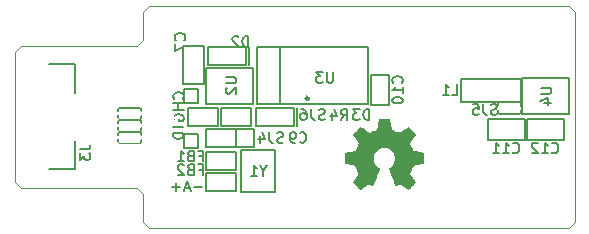
<source format=gbo>
G04 (created by PCBNEW (2013-07-14 BZR 4242)-stable) date Thu 29 Aug 2013 05:54:54 PM CEST*
%MOIN*%
G04 Gerber Fmt 3.4, Leading zero omitted, Abs format*
%FSLAX34Y34*%
G01*
G70*
G90*
G04 APERTURE LIST*
%ADD10C,0.005906*%
%ADD11C,0.003900*%
%ADD12C,0.003921*%
%ADD13C,0.005900*%
%ADD14C,0.011800*%
%ADD15C,0.000100*%
%ADD16C,0.081874*%
%ADD17R,0.047274X0.052874*%
%ADD18R,0.042874X0.070874*%
%ADD19R,0.047274X0.033474*%
%ADD20R,0.037874X0.037874*%
%ADD21R,0.106274X0.047174*%
%ADD22C,0.134200*%
%ADD23R,0.086574X0.023574*%
%ADD24R,0.082674X0.090574*%
%ADD25R,0.070874X0.090574*%
%ADD26R,0.082674X0.082674*%
%ADD27R,0.032874X0.032874*%
%ADD28R,0.023574X0.032874*%
%ADD29R,0.070874X0.031874*%
%ADD30R,0.066174X0.030874*%
%ADD31R,0.032874X0.052874*%
%ADD32R,0.062874X0.042874*%
%ADD33R,0.052874X0.032874*%
%ADD34R,0.042874X0.062874*%
%ADD35R,0.043274X0.052874*%
G04 APERTURE END LIST*
G54D10*
G54D11*
X15300Y-17430D02*
X15300Y-16500D01*
X15300Y-22574D02*
X15300Y-23500D01*
X29500Y-23700D02*
X15500Y-23700D01*
X29700Y-16500D02*
X29700Y-23500D01*
X15500Y-16300D02*
X29500Y-16300D01*
X11223Y-17630D02*
X15100Y-17630D01*
X11223Y-22374D02*
X15100Y-22374D01*
X11023Y-17830D02*
X11023Y-22174D01*
G54D12*
X11223Y-22374D02*
X11023Y-22174D01*
X15300Y-22574D02*
X15100Y-22374D01*
X15500Y-23700D02*
X15300Y-23500D01*
X29700Y-23500D02*
X29500Y-23700D01*
X29500Y-16300D02*
X29700Y-16500D01*
X15300Y-16500D02*
X15500Y-16300D01*
X15100Y-17630D02*
X15300Y-17430D01*
G54D11*
X11223Y-17630D02*
X11023Y-17830D01*
G54D13*
X17277Y-22348D02*
X17007Y-22348D01*
X16855Y-22381D02*
X16687Y-22381D01*
X16889Y-22482D02*
X16771Y-22128D01*
X16653Y-22482D01*
X16535Y-22348D02*
X16265Y-22348D01*
X16400Y-22482D02*
X16400Y-22213D01*
X18820Y-17665D02*
X18820Y-18265D01*
X18720Y-17665D02*
X17470Y-17665D01*
X17470Y-17665D02*
X17470Y-18265D01*
X17470Y-18265D02*
X18720Y-18265D01*
X18720Y-18265D02*
X18720Y-17665D01*
X27918Y-18723D02*
X25918Y-18723D01*
X25918Y-18723D02*
X25918Y-19511D01*
X25918Y-19511D02*
X27918Y-19511D01*
X27918Y-19511D02*
X27918Y-18723D01*
X17406Y-18365D02*
X18984Y-18365D01*
X17405Y-18365D02*
X17405Y-19565D01*
X17406Y-19565D02*
X18984Y-19565D01*
X18984Y-19565D02*
X18984Y-18365D01*
X16674Y-19526D02*
X17126Y-19526D01*
X17126Y-19526D02*
X17126Y-19074D01*
X17126Y-19074D02*
X16674Y-19074D01*
X16674Y-19074D02*
X16674Y-19526D01*
X19714Y-22520D02*
X19714Y-21102D01*
X19714Y-21102D02*
X18572Y-21102D01*
X18572Y-21102D02*
X18572Y-22520D01*
X18572Y-22520D02*
X19714Y-22520D01*
X13031Y-20807D02*
X13031Y-21752D01*
X13031Y-21752D02*
X12185Y-21752D01*
X13031Y-19193D02*
X13031Y-18248D01*
X13031Y-18248D02*
X12185Y-18248D01*
X15174Y-19697D02*
X14546Y-19697D01*
X14546Y-20083D02*
X15174Y-20083D01*
X15253Y-19966D02*
G75*
G02X15174Y-20083I-98J-19D01*
G74*
G01*
X14545Y-20083D02*
G75*
G02X14467Y-19965I20J98D01*
G74*
G01*
X14467Y-19814D02*
G75*
G02X14546Y-19697I98J19D01*
G74*
G01*
X15175Y-19697D02*
G75*
G02X15253Y-19815I-20J-98D01*
G74*
G01*
X15174Y-20497D02*
X14546Y-20497D01*
X14546Y-20883D02*
X15174Y-20883D01*
X15253Y-20766D02*
G75*
G02X15174Y-20883I-98J-19D01*
G74*
G01*
X14545Y-20883D02*
G75*
G02X14467Y-20765I20J98D01*
G74*
G01*
X14467Y-20614D02*
G75*
G02X14546Y-20497I98J19D01*
G74*
G01*
X15175Y-20497D02*
G75*
G02X15253Y-20615I-20J-98D01*
G74*
G01*
X19881Y-19587D02*
X19094Y-19587D01*
X19094Y-19587D02*
X19094Y-17657D01*
X19094Y-17657D02*
X19881Y-17657D01*
X22795Y-19587D02*
X22795Y-17657D01*
X22795Y-17657D02*
X19881Y-17657D01*
X19881Y-17657D02*
X19881Y-19587D01*
X19881Y-19587D02*
X22795Y-19587D01*
G54D14*
X20820Y-19381D02*
G75*
G03X20820Y-19381I-39J0D01*
G74*
G01*
G54D13*
X18900Y-19700D02*
X17900Y-19700D01*
X17900Y-19700D02*
X17900Y-20300D01*
X17900Y-20300D02*
X18900Y-20300D01*
X18900Y-20300D02*
X18900Y-19700D01*
X16645Y-17640D02*
X16645Y-18890D01*
X16645Y-18890D02*
X17345Y-18890D01*
X17345Y-18890D02*
X17345Y-17640D01*
X17345Y-17640D02*
X16645Y-17640D01*
X23488Y-19594D02*
X23488Y-18594D01*
X23488Y-18594D02*
X22888Y-18594D01*
X22888Y-18594D02*
X22888Y-19594D01*
X22888Y-19594D02*
X23488Y-19594D01*
X20425Y-19700D02*
X20425Y-20300D01*
X20325Y-19700D02*
X19075Y-19700D01*
X19075Y-19700D02*
X19075Y-20300D01*
X19075Y-20300D02*
X20325Y-20300D01*
X20325Y-20300D02*
X20325Y-19700D01*
X15174Y-20097D02*
X14546Y-20097D01*
X14546Y-20483D02*
X15174Y-20483D01*
X15253Y-20366D02*
G75*
G02X15174Y-20483I-98J-19D01*
G74*
G01*
X14545Y-20483D02*
G75*
G02X14467Y-20365I20J98D01*
G74*
G01*
X14467Y-20214D02*
G75*
G02X14546Y-20097I98J19D01*
G74*
G01*
X15175Y-20097D02*
G75*
G02X15253Y-20215I-20J-98D01*
G74*
G01*
X29343Y-20067D02*
X28093Y-20067D01*
X28093Y-20067D02*
X28093Y-20767D01*
X28093Y-20767D02*
X29343Y-20767D01*
X29343Y-20767D02*
X29343Y-20067D01*
X26793Y-20767D02*
X28043Y-20767D01*
X28043Y-20767D02*
X28043Y-20067D01*
X28043Y-20067D02*
X26793Y-20067D01*
X26793Y-20067D02*
X26793Y-20767D01*
X27204Y-19910D02*
X27832Y-19910D01*
X27832Y-19524D02*
X27204Y-19524D01*
X27125Y-19641D02*
G75*
G02X27204Y-19524I98J19D01*
G74*
G01*
X27833Y-19524D02*
G75*
G02X27911Y-19642I-20J-98D01*
G74*
G01*
X27911Y-19793D02*
G75*
G02X27832Y-19910I-98J-19D01*
G74*
G01*
X27203Y-19910D02*
G75*
G02X27125Y-19792I20J98D01*
G74*
G01*
G54D15*
G36*
X22553Y-22431D02*
X22567Y-22423D01*
X22598Y-22404D01*
X22642Y-22375D01*
X22694Y-22341D01*
X22746Y-22305D01*
X22789Y-22277D01*
X22819Y-22257D01*
X22831Y-22250D01*
X22838Y-22253D01*
X22863Y-22265D01*
X22898Y-22283D01*
X22919Y-22294D01*
X22952Y-22308D01*
X22969Y-22311D01*
X22971Y-22307D01*
X22983Y-22282D01*
X23002Y-22239D01*
X23027Y-22182D01*
X23056Y-22115D01*
X23086Y-22043D01*
X23117Y-21970D01*
X23146Y-21900D01*
X23171Y-21837D01*
X23192Y-21785D01*
X23206Y-21750D01*
X23211Y-21735D01*
X23209Y-21731D01*
X23193Y-21715D01*
X23164Y-21694D01*
X23102Y-21643D01*
X23040Y-21567D01*
X23003Y-21480D01*
X22990Y-21383D01*
X23001Y-21293D01*
X23036Y-21207D01*
X23096Y-21130D01*
X23169Y-21072D01*
X23254Y-21036D01*
X23350Y-21024D01*
X23441Y-21034D01*
X23529Y-21069D01*
X23607Y-21128D01*
X23640Y-21166D01*
X23685Y-21244D01*
X23710Y-21328D01*
X23713Y-21350D01*
X23709Y-21442D01*
X23682Y-21530D01*
X23633Y-21609D01*
X23566Y-21674D01*
X23557Y-21680D01*
X23526Y-21704D01*
X23505Y-21720D01*
X23488Y-21733D01*
X23606Y-22016D01*
X23625Y-22061D01*
X23657Y-22139D01*
X23685Y-22205D01*
X23708Y-22258D01*
X23724Y-22294D01*
X23731Y-22308D01*
X23731Y-22309D01*
X23742Y-22311D01*
X23763Y-22303D01*
X23803Y-22284D01*
X23829Y-22270D01*
X23859Y-22256D01*
X23873Y-22250D01*
X23884Y-22257D01*
X23913Y-22275D01*
X23955Y-22303D01*
X24006Y-22338D01*
X24054Y-22371D01*
X24098Y-22400D01*
X24130Y-22421D01*
X24146Y-22429D01*
X24148Y-22429D01*
X24162Y-22421D01*
X24188Y-22400D01*
X24226Y-22364D01*
X24281Y-22310D01*
X24289Y-22301D01*
X24334Y-22256D01*
X24370Y-22218D01*
X24395Y-22190D01*
X24404Y-22178D01*
X24404Y-22178D01*
X24396Y-22163D01*
X24375Y-22130D01*
X24346Y-22085D01*
X24310Y-22033D01*
X24216Y-21897D01*
X24268Y-21768D01*
X24284Y-21729D01*
X24304Y-21681D01*
X24319Y-21647D01*
X24326Y-21632D01*
X24340Y-21627D01*
X24375Y-21619D01*
X24426Y-21608D01*
X24487Y-21597D01*
X24545Y-21586D01*
X24597Y-21576D01*
X24635Y-21569D01*
X24652Y-21566D01*
X24656Y-21563D01*
X24660Y-21555D01*
X24662Y-21537D01*
X24663Y-21505D01*
X24664Y-21455D01*
X24664Y-21383D01*
X24664Y-21375D01*
X24663Y-21306D01*
X24662Y-21251D01*
X24660Y-21215D01*
X24658Y-21201D01*
X24658Y-21201D01*
X24641Y-21197D01*
X24604Y-21189D01*
X24552Y-21179D01*
X24490Y-21167D01*
X24486Y-21166D01*
X24424Y-21154D01*
X24371Y-21143D01*
X24335Y-21135D01*
X24320Y-21130D01*
X24316Y-21126D01*
X24304Y-21101D01*
X24286Y-21063D01*
X24265Y-21016D01*
X24245Y-20967D01*
X24228Y-20923D01*
X24216Y-20890D01*
X24212Y-20875D01*
X24212Y-20875D01*
X24222Y-20860D01*
X24243Y-20828D01*
X24273Y-20783D01*
X24310Y-20730D01*
X24312Y-20726D01*
X24348Y-20674D01*
X24377Y-20629D01*
X24396Y-20597D01*
X24404Y-20583D01*
X24403Y-20582D01*
X24392Y-20567D01*
X24365Y-20537D01*
X24327Y-20497D01*
X24281Y-20450D01*
X24266Y-20436D01*
X24215Y-20386D01*
X24179Y-20353D01*
X24157Y-20336D01*
X24147Y-20332D01*
X24146Y-20332D01*
X24130Y-20342D01*
X24097Y-20364D01*
X24052Y-20394D01*
X23999Y-20430D01*
X23995Y-20433D01*
X23943Y-20469D01*
X23899Y-20498D01*
X23868Y-20519D01*
X23854Y-20527D01*
X23852Y-20527D01*
X23830Y-20521D01*
X23793Y-20508D01*
X23747Y-20490D01*
X23698Y-20470D01*
X23654Y-20452D01*
X23621Y-20437D01*
X23606Y-20428D01*
X23605Y-20427D01*
X23600Y-20408D01*
X23591Y-20369D01*
X23579Y-20315D01*
X23567Y-20250D01*
X23565Y-20240D01*
X23553Y-20177D01*
X23543Y-20126D01*
X23536Y-20090D01*
X23532Y-20075D01*
X23523Y-20073D01*
X23493Y-20071D01*
X23446Y-20070D01*
X23390Y-20069D01*
X23330Y-20069D01*
X23272Y-20071D01*
X23223Y-20072D01*
X23187Y-20075D01*
X23172Y-20078D01*
X23172Y-20079D01*
X23166Y-20098D01*
X23158Y-20137D01*
X23147Y-20192D01*
X23134Y-20256D01*
X23132Y-20268D01*
X23120Y-20330D01*
X23110Y-20381D01*
X23102Y-20417D01*
X23098Y-20431D01*
X23093Y-20434D01*
X23067Y-20445D01*
X23025Y-20462D01*
X22973Y-20483D01*
X22853Y-20532D01*
X22705Y-20431D01*
X22692Y-20422D01*
X22639Y-20385D01*
X22595Y-20356D01*
X22565Y-20337D01*
X22552Y-20330D01*
X22551Y-20330D01*
X22536Y-20343D01*
X22507Y-20370D01*
X22467Y-20409D01*
X22421Y-20456D01*
X22386Y-20490D01*
X22346Y-20531D01*
X22320Y-20559D01*
X22306Y-20577D01*
X22301Y-20588D01*
X22302Y-20595D01*
X22312Y-20610D01*
X22333Y-20643D01*
X22364Y-20687D01*
X22400Y-20740D01*
X22429Y-20783D01*
X22461Y-20833D01*
X22482Y-20868D01*
X22489Y-20885D01*
X22487Y-20893D01*
X22477Y-20921D01*
X22460Y-20965D01*
X22437Y-21017D01*
X22386Y-21134D01*
X22310Y-21149D01*
X22263Y-21157D01*
X22198Y-21170D01*
X22136Y-21182D01*
X22039Y-21201D01*
X22036Y-21557D01*
X22051Y-21563D01*
X22065Y-21567D01*
X22101Y-21575D01*
X22152Y-21585D01*
X22213Y-21596D01*
X22264Y-21606D01*
X22316Y-21616D01*
X22354Y-21623D01*
X22370Y-21627D01*
X22374Y-21632D01*
X22387Y-21657D01*
X22406Y-21697D01*
X22426Y-21745D01*
X22447Y-21795D01*
X22465Y-21841D01*
X22478Y-21876D01*
X22483Y-21895D01*
X22476Y-21908D01*
X22456Y-21939D01*
X22428Y-21982D01*
X22392Y-22034D01*
X22357Y-22085D01*
X22327Y-22130D01*
X22307Y-22161D01*
X22298Y-22176D01*
X22302Y-22186D01*
X22323Y-22211D01*
X22362Y-22251D01*
X22420Y-22308D01*
X22429Y-22317D01*
X22475Y-22362D01*
X22514Y-22398D01*
X22541Y-22422D01*
X22553Y-22431D01*
X22553Y-22431D01*
G37*
G54D13*
X17413Y-22465D02*
X18413Y-22465D01*
X18413Y-22465D02*
X18413Y-21865D01*
X18413Y-21865D02*
X17413Y-21865D01*
X17413Y-21865D02*
X17413Y-22465D01*
X17413Y-21756D02*
X18413Y-21756D01*
X18413Y-21756D02*
X18413Y-21156D01*
X18413Y-21156D02*
X17413Y-21156D01*
X17413Y-21156D02*
X17413Y-21756D01*
X17400Y-21000D02*
X18400Y-21000D01*
X18400Y-21000D02*
X18400Y-20400D01*
X18400Y-20400D02*
X17400Y-20400D01*
X17400Y-20400D02*
X17400Y-21000D01*
X18000Y-21000D02*
X19000Y-21000D01*
X19000Y-21000D02*
X19000Y-20400D01*
X19000Y-20400D02*
X18000Y-20400D01*
X18000Y-20400D02*
X18000Y-21000D01*
X29507Y-19917D02*
X27929Y-19917D01*
X29508Y-19917D02*
X29508Y-18717D01*
X29507Y-18717D02*
X27929Y-18717D01*
X27929Y-18717D02*
X27929Y-19917D01*
X16674Y-21026D02*
X17126Y-21026D01*
X17126Y-21026D02*
X17126Y-20574D01*
X17126Y-20574D02*
X16674Y-20574D01*
X16674Y-20574D02*
X16674Y-21026D01*
X17800Y-19700D02*
X16800Y-19700D01*
X16800Y-19700D02*
X16800Y-20300D01*
X16800Y-20300D02*
X17800Y-20300D01*
X17800Y-20300D02*
X17800Y-19700D01*
X18811Y-17660D02*
X18811Y-17306D01*
X18727Y-17306D01*
X18676Y-17323D01*
X18642Y-17356D01*
X18625Y-17390D01*
X18609Y-17457D01*
X18609Y-17508D01*
X18625Y-17575D01*
X18642Y-17609D01*
X18676Y-17643D01*
X18727Y-17660D01*
X18811Y-17660D01*
X18474Y-17339D02*
X18457Y-17323D01*
X18423Y-17306D01*
X18339Y-17306D01*
X18305Y-17323D01*
X18288Y-17339D01*
X18271Y-17373D01*
X18271Y-17407D01*
X18288Y-17457D01*
X18491Y-17660D01*
X18271Y-17660D01*
X25609Y-19260D02*
X25777Y-19260D01*
X25777Y-18906D01*
X25305Y-19260D02*
X25507Y-19260D01*
X25406Y-19260D02*
X25406Y-18906D01*
X25440Y-18956D01*
X25474Y-18990D01*
X25507Y-19007D01*
X18056Y-18680D02*
X18342Y-18680D01*
X18376Y-18697D01*
X18393Y-18714D01*
X18410Y-18747D01*
X18410Y-18815D01*
X18393Y-18848D01*
X18376Y-18865D01*
X18342Y-18882D01*
X18056Y-18882D01*
X18089Y-19034D02*
X18073Y-19051D01*
X18056Y-19084D01*
X18056Y-19169D01*
X18073Y-19202D01*
X18089Y-19219D01*
X18123Y-19236D01*
X18157Y-19236D01*
X18207Y-19219D01*
X18410Y-19017D01*
X18410Y-19236D01*
X16632Y-19402D02*
X16649Y-19385D01*
X16666Y-19335D01*
X16666Y-19301D01*
X16649Y-19250D01*
X16615Y-19217D01*
X16581Y-19200D01*
X16514Y-19183D01*
X16463Y-19183D01*
X16396Y-19200D01*
X16362Y-19217D01*
X16328Y-19250D01*
X16312Y-19301D01*
X16312Y-19335D01*
X16328Y-19385D01*
X16345Y-19402D01*
X16666Y-19554D02*
X16312Y-19554D01*
X16480Y-19554D02*
X16480Y-19756D01*
X16666Y-19756D02*
X16312Y-19756D01*
X16328Y-20110D02*
X16312Y-20076D01*
X16312Y-20026D01*
X16328Y-19975D01*
X16362Y-19942D01*
X16396Y-19925D01*
X16463Y-19908D01*
X16514Y-19908D01*
X16581Y-19925D01*
X16615Y-19942D01*
X16649Y-19975D01*
X16666Y-20026D01*
X16666Y-20060D01*
X16649Y-20110D01*
X16632Y-20127D01*
X16514Y-20127D01*
X16514Y-20060D01*
X19312Y-21802D02*
X19312Y-21971D01*
X19430Y-21617D02*
X19312Y-21802D01*
X19194Y-21617D01*
X18890Y-21971D02*
X19093Y-21971D01*
X18991Y-21971D02*
X18991Y-21617D01*
X19025Y-21667D01*
X19059Y-21701D01*
X19093Y-21718D01*
X13190Y-21082D02*
X13443Y-21082D01*
X13493Y-21065D01*
X13527Y-21031D01*
X13544Y-20980D01*
X13544Y-20947D01*
X13190Y-21216D02*
X13190Y-21436D01*
X13325Y-21318D01*
X13325Y-21368D01*
X13342Y-21402D01*
X13358Y-21419D01*
X13392Y-21436D01*
X13476Y-21436D01*
X13510Y-21419D01*
X13527Y-21402D01*
X13544Y-21368D01*
X13544Y-21267D01*
X13527Y-21233D01*
X13510Y-21216D01*
X21627Y-18506D02*
X21627Y-18793D01*
X21611Y-18827D01*
X21594Y-18844D01*
X21560Y-18860D01*
X21493Y-18860D01*
X21459Y-18844D01*
X21442Y-18827D01*
X21425Y-18793D01*
X21425Y-18506D01*
X21290Y-18506D02*
X21071Y-18506D01*
X21189Y-18641D01*
X21139Y-18641D01*
X21105Y-18658D01*
X21088Y-18675D01*
X21071Y-18709D01*
X21071Y-18793D01*
X21088Y-18827D01*
X21105Y-18844D01*
X21139Y-18860D01*
X21240Y-18860D01*
X21273Y-18844D01*
X21290Y-18827D01*
X21889Y-20101D02*
X22007Y-19932D01*
X22091Y-20101D02*
X22091Y-19747D01*
X21957Y-19747D01*
X21923Y-19763D01*
X21906Y-19780D01*
X21889Y-19814D01*
X21889Y-19865D01*
X21906Y-19898D01*
X21923Y-19915D01*
X21957Y-19932D01*
X22091Y-19932D01*
X21586Y-19865D02*
X21586Y-20101D01*
X21670Y-19730D02*
X21754Y-19983D01*
X21535Y-19983D01*
X16676Y-17441D02*
X16693Y-17424D01*
X16710Y-17373D01*
X16710Y-17339D01*
X16693Y-17289D01*
X16659Y-17255D01*
X16625Y-17238D01*
X16558Y-17221D01*
X16507Y-17221D01*
X16440Y-17238D01*
X16406Y-17255D01*
X16373Y-17289D01*
X16356Y-17339D01*
X16356Y-17373D01*
X16373Y-17424D01*
X16389Y-17441D01*
X16356Y-17559D02*
X16356Y-17795D01*
X16710Y-17643D01*
X23926Y-18872D02*
X23943Y-18855D01*
X23960Y-18805D01*
X23960Y-18771D01*
X23943Y-18720D01*
X23909Y-18687D01*
X23875Y-18670D01*
X23808Y-18653D01*
X23757Y-18653D01*
X23690Y-18670D01*
X23656Y-18687D01*
X23623Y-18720D01*
X23606Y-18771D01*
X23606Y-18805D01*
X23623Y-18855D01*
X23639Y-18872D01*
X23960Y-19209D02*
X23960Y-19007D01*
X23960Y-19108D02*
X23606Y-19108D01*
X23656Y-19074D01*
X23690Y-19041D01*
X23707Y-19007D01*
X23606Y-19428D02*
X23606Y-19462D01*
X23623Y-19496D01*
X23639Y-19513D01*
X23673Y-19529D01*
X23741Y-19546D01*
X23825Y-19546D01*
X23892Y-19529D01*
X23926Y-19513D01*
X23943Y-19496D01*
X23960Y-19462D01*
X23960Y-19428D01*
X23943Y-19395D01*
X23926Y-19378D01*
X23892Y-19361D01*
X23825Y-19344D01*
X23741Y-19344D01*
X23673Y-19361D01*
X23639Y-19378D01*
X23623Y-19395D01*
X23606Y-19428D01*
X22840Y-20101D02*
X22840Y-19747D01*
X22755Y-19747D01*
X22705Y-19763D01*
X22671Y-19797D01*
X22654Y-19831D01*
X22637Y-19898D01*
X22637Y-19949D01*
X22654Y-20016D01*
X22671Y-20050D01*
X22705Y-20084D01*
X22755Y-20101D01*
X22840Y-20101D01*
X22519Y-19747D02*
X22300Y-19747D01*
X22418Y-19881D01*
X22368Y-19881D01*
X22334Y-19898D01*
X22317Y-19915D01*
X22300Y-19949D01*
X22300Y-20033D01*
X22317Y-20067D01*
X22334Y-20084D01*
X22368Y-20101D01*
X22469Y-20101D01*
X22502Y-20084D01*
X22519Y-20067D01*
X28927Y-21176D02*
X28944Y-21193D01*
X28995Y-21210D01*
X29028Y-21210D01*
X29079Y-21193D01*
X29113Y-21159D01*
X29129Y-21125D01*
X29146Y-21058D01*
X29146Y-21007D01*
X29129Y-20940D01*
X29113Y-20906D01*
X29079Y-20873D01*
X29028Y-20856D01*
X28995Y-20856D01*
X28944Y-20873D01*
X28927Y-20889D01*
X28590Y-21210D02*
X28792Y-21210D01*
X28691Y-21210D02*
X28691Y-20856D01*
X28725Y-20906D01*
X28759Y-20940D01*
X28792Y-20957D01*
X28455Y-20889D02*
X28438Y-20873D01*
X28405Y-20856D01*
X28320Y-20856D01*
X28287Y-20873D01*
X28270Y-20889D01*
X28253Y-20923D01*
X28253Y-20957D01*
X28270Y-21007D01*
X28472Y-21210D01*
X28253Y-21210D01*
X27627Y-21176D02*
X27644Y-21193D01*
X27695Y-21210D01*
X27728Y-21210D01*
X27779Y-21193D01*
X27813Y-21159D01*
X27829Y-21125D01*
X27846Y-21058D01*
X27846Y-21007D01*
X27829Y-20940D01*
X27813Y-20906D01*
X27779Y-20873D01*
X27728Y-20856D01*
X27695Y-20856D01*
X27644Y-20873D01*
X27627Y-20889D01*
X27290Y-21210D02*
X27492Y-21210D01*
X27391Y-21210D02*
X27391Y-20856D01*
X27425Y-20906D01*
X27459Y-20940D01*
X27492Y-20957D01*
X26953Y-21210D02*
X27155Y-21210D01*
X27054Y-21210D02*
X27054Y-20856D01*
X27088Y-20906D01*
X27121Y-20940D01*
X27155Y-20957D01*
X27097Y-19910D02*
X27047Y-19927D01*
X26962Y-19927D01*
X26929Y-19910D01*
X26912Y-19893D01*
X26895Y-19860D01*
X26895Y-19826D01*
X26912Y-19792D01*
X26929Y-19775D01*
X26962Y-19758D01*
X27030Y-19742D01*
X27063Y-19725D01*
X27080Y-19708D01*
X27097Y-19674D01*
X27097Y-19640D01*
X27080Y-19607D01*
X27063Y-19590D01*
X27030Y-19573D01*
X26945Y-19573D01*
X26895Y-19590D01*
X26642Y-19573D02*
X26642Y-19826D01*
X26659Y-19876D01*
X26693Y-19910D01*
X26743Y-19927D01*
X26777Y-19927D01*
X26305Y-19573D02*
X26473Y-19573D01*
X26490Y-19742D01*
X26473Y-19725D01*
X26440Y-19708D01*
X26355Y-19708D01*
X26322Y-19725D01*
X26305Y-19742D01*
X26288Y-19775D01*
X26288Y-19860D01*
X26305Y-19893D01*
X26322Y-19910D01*
X26355Y-19927D01*
X26440Y-19927D01*
X26473Y-19910D01*
X26490Y-19893D01*
X17184Y-21756D02*
X17302Y-21756D01*
X17302Y-21941D02*
X17302Y-21587D01*
X17134Y-21587D01*
X16881Y-21756D02*
X16830Y-21773D01*
X16813Y-21789D01*
X16797Y-21823D01*
X16797Y-21874D01*
X16813Y-21907D01*
X16830Y-21924D01*
X16864Y-21941D01*
X16999Y-21941D01*
X16999Y-21587D01*
X16881Y-21587D01*
X16847Y-21604D01*
X16830Y-21621D01*
X16813Y-21655D01*
X16813Y-21688D01*
X16830Y-21722D01*
X16847Y-21739D01*
X16881Y-21756D01*
X16999Y-21756D01*
X16662Y-21621D02*
X16645Y-21604D01*
X16611Y-21587D01*
X16527Y-21587D01*
X16493Y-21604D01*
X16476Y-21621D01*
X16459Y-21655D01*
X16459Y-21688D01*
X16476Y-21739D01*
X16679Y-21941D01*
X16459Y-21941D01*
X17184Y-21303D02*
X17302Y-21303D01*
X17302Y-21488D02*
X17302Y-21134D01*
X17134Y-21134D01*
X16881Y-21303D02*
X16830Y-21320D01*
X16813Y-21337D01*
X16797Y-21370D01*
X16797Y-21421D01*
X16813Y-21455D01*
X16830Y-21472D01*
X16864Y-21488D01*
X16999Y-21488D01*
X16999Y-21134D01*
X16881Y-21134D01*
X16847Y-21151D01*
X16830Y-21168D01*
X16813Y-21202D01*
X16813Y-21236D01*
X16830Y-21269D01*
X16847Y-21286D01*
X16881Y-21303D01*
X16999Y-21303D01*
X16459Y-21488D02*
X16662Y-21488D01*
X16561Y-21488D02*
X16561Y-21134D01*
X16594Y-21185D01*
X16628Y-21219D01*
X16662Y-21236D01*
X19971Y-20851D02*
X19920Y-20868D01*
X19836Y-20868D01*
X19802Y-20851D01*
X19786Y-20835D01*
X19769Y-20801D01*
X19769Y-20767D01*
X19786Y-20733D01*
X19802Y-20717D01*
X19836Y-20700D01*
X19904Y-20683D01*
X19937Y-20666D01*
X19954Y-20649D01*
X19971Y-20615D01*
X19971Y-20582D01*
X19954Y-20548D01*
X19937Y-20531D01*
X19904Y-20514D01*
X19819Y-20514D01*
X19769Y-20531D01*
X19516Y-20514D02*
X19516Y-20767D01*
X19533Y-20818D01*
X19566Y-20851D01*
X19617Y-20868D01*
X19651Y-20868D01*
X19196Y-20632D02*
X19196Y-20868D01*
X19280Y-20497D02*
X19364Y-20750D01*
X19145Y-20750D01*
X20531Y-20835D02*
X20548Y-20851D01*
X20598Y-20868D01*
X20632Y-20868D01*
X20683Y-20851D01*
X20716Y-20818D01*
X20733Y-20784D01*
X20750Y-20717D01*
X20750Y-20666D01*
X20733Y-20599D01*
X20716Y-20565D01*
X20683Y-20531D01*
X20632Y-20514D01*
X20598Y-20514D01*
X20548Y-20531D01*
X20531Y-20548D01*
X20362Y-20868D02*
X20295Y-20868D01*
X20261Y-20851D01*
X20244Y-20835D01*
X20211Y-20784D01*
X20194Y-20717D01*
X20194Y-20582D01*
X20211Y-20548D01*
X20228Y-20531D01*
X20261Y-20514D01*
X20329Y-20514D01*
X20362Y-20531D01*
X20379Y-20548D01*
X20396Y-20582D01*
X20396Y-20666D01*
X20379Y-20700D01*
X20362Y-20717D01*
X20329Y-20733D01*
X20261Y-20733D01*
X20228Y-20717D01*
X20211Y-20700D01*
X20194Y-20666D01*
X28556Y-19030D02*
X28842Y-19030D01*
X28876Y-19047D01*
X28893Y-19064D01*
X28910Y-19097D01*
X28910Y-19165D01*
X28893Y-19198D01*
X28876Y-19215D01*
X28842Y-19232D01*
X28556Y-19232D01*
X28674Y-19552D02*
X28910Y-19552D01*
X28539Y-19468D02*
X28792Y-19384D01*
X28792Y-19603D01*
X16646Y-20354D02*
X16292Y-20354D01*
X16646Y-20523D02*
X16292Y-20523D01*
X16292Y-20607D01*
X16309Y-20657D01*
X16342Y-20691D01*
X16376Y-20708D01*
X16444Y-20725D01*
X16494Y-20725D01*
X16562Y-20708D01*
X16595Y-20691D01*
X16629Y-20657D01*
X16646Y-20607D01*
X16646Y-20523D01*
X21359Y-20084D02*
X21308Y-20101D01*
X21224Y-20101D01*
X21190Y-20084D01*
X21173Y-20067D01*
X21157Y-20033D01*
X21157Y-19999D01*
X21173Y-19966D01*
X21190Y-19949D01*
X21224Y-19932D01*
X21291Y-19915D01*
X21325Y-19898D01*
X21342Y-19881D01*
X21359Y-19848D01*
X21359Y-19814D01*
X21342Y-19780D01*
X21325Y-19763D01*
X21291Y-19747D01*
X21207Y-19747D01*
X21157Y-19763D01*
X20904Y-19747D02*
X20904Y-19999D01*
X20921Y-20050D01*
X20954Y-20084D01*
X21005Y-20101D01*
X21039Y-20101D01*
X20583Y-19747D02*
X20651Y-19747D01*
X20685Y-19763D01*
X20701Y-19780D01*
X20735Y-19831D01*
X20752Y-19898D01*
X20752Y-20033D01*
X20735Y-20067D01*
X20718Y-20084D01*
X20685Y-20101D01*
X20617Y-20101D01*
X20583Y-20084D01*
X20567Y-20067D01*
X20550Y-20033D01*
X20550Y-19949D01*
X20567Y-19915D01*
X20583Y-19898D01*
X20617Y-19881D01*
X20685Y-19881D01*
X20718Y-19898D01*
X20735Y-19915D01*
X20752Y-19949D01*
%LPC*%
G54D16*
X24000Y-18050D03*
X25000Y-17950D03*
X26000Y-18050D03*
X27000Y-17950D03*
X28000Y-18050D03*
X29000Y-17950D03*
G54D17*
X18449Y-17965D03*
X17741Y-17965D03*
G54D18*
X27668Y-19117D03*
X26918Y-19117D03*
X26168Y-19117D03*
G54D16*
X26000Y-22050D03*
X27000Y-21950D03*
X28000Y-22050D03*
X29000Y-21950D03*
G54D19*
X17695Y-19340D03*
X17695Y-18590D03*
X18695Y-19340D03*
X17695Y-18965D03*
X18695Y-18590D03*
G54D20*
X16900Y-19300D03*
G54D21*
X19143Y-22244D03*
X19143Y-21378D03*
G54D22*
X25160Y-20420D03*
G54D23*
X12755Y-20000D03*
X12755Y-20255D03*
X12755Y-19489D03*
G54D24*
X11594Y-21516D03*
X11594Y-18484D03*
G54D23*
X12755Y-19745D03*
X12755Y-20511D03*
G54D25*
X12598Y-21220D03*
X12598Y-18780D03*
G54D26*
X11594Y-20472D03*
X11594Y-19528D03*
G54D16*
X16000Y-17050D03*
X17000Y-16950D03*
X18000Y-17050D03*
X19000Y-16950D03*
X20000Y-17050D03*
X21000Y-16950D03*
X22000Y-17050D03*
X23000Y-16950D03*
X24000Y-17050D03*
X25000Y-16950D03*
X26000Y-17050D03*
X27000Y-16950D03*
X28000Y-17050D03*
X29000Y-16950D03*
X16000Y-23050D03*
X17000Y-22950D03*
X18000Y-23050D03*
X19000Y-22950D03*
X20000Y-23050D03*
X21000Y-22950D03*
X22000Y-23050D03*
X23000Y-22950D03*
X24000Y-23050D03*
X25000Y-22950D03*
X26000Y-23050D03*
X27000Y-22950D03*
X28000Y-23050D03*
X29000Y-22950D03*
G54D27*
X14683Y-19890D03*
X15037Y-19890D03*
G54D28*
X14860Y-19890D03*
G54D27*
X14683Y-20690D03*
X15037Y-20690D03*
G54D28*
X14860Y-20690D03*
G54D29*
X20275Y-19372D03*
X20275Y-18872D03*
X20275Y-18372D03*
X20275Y-17872D03*
X22401Y-17872D03*
X22401Y-18372D03*
X22401Y-18872D03*
X22401Y-19372D03*
G54D30*
X19464Y-19372D03*
X19464Y-18872D03*
X19464Y-18372D03*
X19464Y-17872D03*
G54D31*
X18700Y-20000D03*
X18100Y-20000D03*
G54D32*
X16995Y-17890D03*
X16995Y-18640D03*
G54D33*
X23188Y-19394D03*
X23188Y-18794D03*
G54D17*
X20054Y-20000D03*
X19346Y-20000D03*
X19700Y-20000D03*
G54D27*
X14683Y-20290D03*
X15037Y-20290D03*
G54D28*
X14860Y-20290D03*
G54D16*
X15950Y-22000D03*
X16050Y-21000D03*
X15950Y-20000D03*
X16015Y-18960D03*
X15985Y-18040D03*
G54D34*
X29093Y-20417D03*
X28343Y-20417D03*
X27043Y-20417D03*
X27793Y-20417D03*
G54D27*
X27695Y-19717D03*
X27341Y-19717D03*
G54D28*
X27518Y-19717D03*
G54D31*
X17613Y-22165D03*
X18213Y-22165D03*
G54D35*
X17913Y-22165D03*
G54D31*
X17613Y-21456D03*
X18213Y-21456D03*
G54D35*
X17913Y-21456D03*
G54D31*
X17600Y-20700D03*
X18200Y-20700D03*
G54D35*
X17900Y-20700D03*
G54D31*
X18200Y-20700D03*
X18800Y-20700D03*
G54D19*
X29218Y-18942D03*
X29218Y-19692D03*
X28218Y-18942D03*
X29218Y-19317D03*
X28218Y-19692D03*
G54D20*
X16900Y-20800D03*
G54D31*
X17600Y-20000D03*
X17000Y-20000D03*
G54D35*
X17300Y-20000D03*
M02*

</source>
